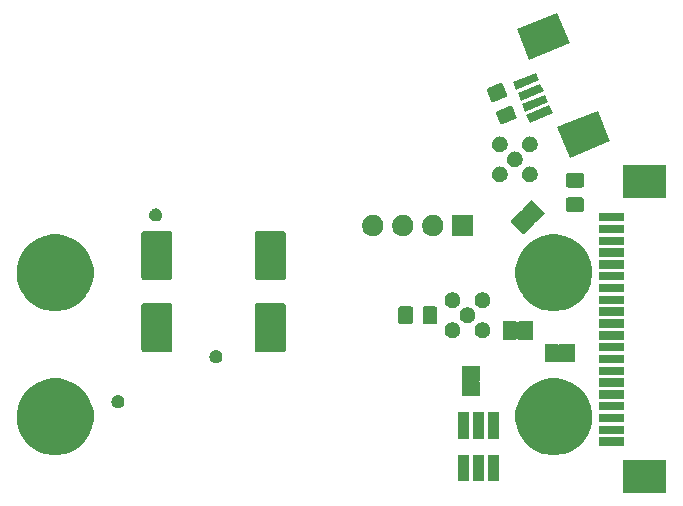
<source format=gbr>
G04 #@! TF.GenerationSoftware,KiCad,Pcbnew,5.1.6*
G04 #@! TF.CreationDate,2020-07-16T12:21:26+02:00*
G04 #@! TF.ProjectId,Head-Interconnect,48656164-2d49-46e7-9465-72636f6e6e65,rev?*
G04 #@! TF.SameCoordinates,Original*
G04 #@! TF.FileFunction,Soldermask,Top*
G04 #@! TF.FilePolarity,Negative*
%FSLAX46Y46*%
G04 Gerber Fmt 4.6, Leading zero omitted, Abs format (unit mm)*
G04 Created by KiCad (PCBNEW 5.1.6) date 2020-07-16 12:21:26*
%MOMM*%
%LPD*%
G01*
G04 APERTURE LIST*
%ADD10C,0.100000*%
G04 APERTURE END LIST*
D10*
G36*
X178151000Y-120081000D02*
G01*
X174449000Y-120081000D01*
X174449000Y-117299000D01*
X178151000Y-117299000D01*
X178151000Y-120081000D01*
G37*
G36*
X163928000Y-119037000D02*
G01*
X163076000Y-119037000D01*
X163076000Y-116835000D01*
X163928000Y-116835000D01*
X163928000Y-119037000D01*
G37*
G36*
X162658000Y-119037000D02*
G01*
X161806000Y-119037000D01*
X161806000Y-116835000D01*
X162658000Y-116835000D01*
X162658000Y-119037000D01*
G37*
G36*
X161388000Y-119037000D02*
G01*
X160536000Y-119037000D01*
X160536000Y-116835000D01*
X161388000Y-116835000D01*
X161388000Y-119037000D01*
G37*
G36*
X127034239Y-110411467D02*
G01*
X127348282Y-110473934D01*
X127939926Y-110719001D01*
X128472392Y-111074784D01*
X128925216Y-111527608D01*
X129280999Y-112060074D01*
X129526066Y-112651718D01*
X129553232Y-112788290D01*
X129651000Y-113279803D01*
X129651000Y-113920197D01*
X129623987Y-114056000D01*
X129526066Y-114548282D01*
X129280999Y-115139926D01*
X128925216Y-115672392D01*
X128472392Y-116125216D01*
X127939926Y-116480999D01*
X127348282Y-116726066D01*
X127034239Y-116788533D01*
X126720197Y-116851000D01*
X126079803Y-116851000D01*
X125765761Y-116788533D01*
X125451718Y-116726066D01*
X124860074Y-116480999D01*
X124327608Y-116125216D01*
X123874784Y-115672392D01*
X123519001Y-115139926D01*
X123273934Y-114548282D01*
X123176013Y-114056000D01*
X123149000Y-113920197D01*
X123149000Y-113279803D01*
X123246768Y-112788290D01*
X123273934Y-112651718D01*
X123519001Y-112060074D01*
X123874784Y-111527608D01*
X124327608Y-111074784D01*
X124860074Y-110719001D01*
X125451718Y-110473934D01*
X125765761Y-110411467D01*
X126079803Y-110349000D01*
X126720197Y-110349000D01*
X127034239Y-110411467D01*
G37*
G36*
X169234239Y-110411467D02*
G01*
X169548282Y-110473934D01*
X170139926Y-110719001D01*
X170672392Y-111074784D01*
X171125216Y-111527608D01*
X171480999Y-112060074D01*
X171726066Y-112651718D01*
X171753232Y-112788290D01*
X171851000Y-113279803D01*
X171851000Y-113920197D01*
X171823987Y-114056000D01*
X171726066Y-114548282D01*
X171480999Y-115139926D01*
X171125216Y-115672392D01*
X170672392Y-116125216D01*
X170139926Y-116480999D01*
X169548282Y-116726066D01*
X169234239Y-116788533D01*
X168920197Y-116851000D01*
X168279803Y-116851000D01*
X167965761Y-116788533D01*
X167651718Y-116726066D01*
X167060074Y-116480999D01*
X166527608Y-116125216D01*
X166074784Y-115672392D01*
X165719001Y-115139926D01*
X165473934Y-114548282D01*
X165376013Y-114056000D01*
X165349000Y-113920197D01*
X165349000Y-113279803D01*
X165446768Y-112788290D01*
X165473934Y-112651718D01*
X165719001Y-112060074D01*
X166074784Y-111527608D01*
X166527608Y-111074784D01*
X167060074Y-110719001D01*
X167651718Y-110473934D01*
X167965761Y-110411467D01*
X168279803Y-110349000D01*
X168920197Y-110349000D01*
X169234239Y-110411467D01*
G37*
G36*
X174551000Y-116056000D02*
G01*
X172449000Y-116056000D01*
X172449000Y-115344000D01*
X174551000Y-115344000D01*
X174551000Y-116056000D01*
G37*
G36*
X163928000Y-115437000D02*
G01*
X163076000Y-115437000D01*
X163076000Y-113235000D01*
X163928000Y-113235000D01*
X163928000Y-115437000D01*
G37*
G36*
X162658000Y-115437000D02*
G01*
X161806000Y-115437000D01*
X161806000Y-113235000D01*
X162658000Y-113235000D01*
X162658000Y-115437000D01*
G37*
G36*
X161388000Y-115437000D02*
G01*
X160536000Y-115437000D01*
X160536000Y-113235000D01*
X161388000Y-113235000D01*
X161388000Y-115437000D01*
G37*
G36*
X174551000Y-115056000D02*
G01*
X172449000Y-115056000D01*
X172449000Y-114344000D01*
X174551000Y-114344000D01*
X174551000Y-115056000D01*
G37*
G36*
X174551000Y-114056000D02*
G01*
X172449000Y-114056000D01*
X172449000Y-113344000D01*
X174551000Y-113344000D01*
X174551000Y-114056000D01*
G37*
G36*
X174551000Y-113056000D02*
G01*
X172449000Y-113056000D01*
X172449000Y-112344000D01*
X174551000Y-112344000D01*
X174551000Y-113056000D01*
G37*
G36*
X131860721Y-111770174D02*
G01*
X131960995Y-111811709D01*
X131979759Y-111824247D01*
X132051242Y-111872010D01*
X132127990Y-111948758D01*
X132127991Y-111948760D01*
X132188291Y-112039005D01*
X132229826Y-112139279D01*
X132251000Y-112245730D01*
X132251000Y-112354270D01*
X132229826Y-112460721D01*
X132188291Y-112560995D01*
X132188290Y-112560996D01*
X132127990Y-112651242D01*
X132051242Y-112727990D01*
X132005812Y-112758345D01*
X131960995Y-112788291D01*
X131860721Y-112829826D01*
X131754270Y-112851000D01*
X131645730Y-112851000D01*
X131539279Y-112829826D01*
X131439005Y-112788291D01*
X131394188Y-112758345D01*
X131348758Y-112727990D01*
X131272010Y-112651242D01*
X131211710Y-112560996D01*
X131211709Y-112560995D01*
X131170174Y-112460721D01*
X131149000Y-112354270D01*
X131149000Y-112245730D01*
X131170174Y-112139279D01*
X131211709Y-112039005D01*
X131272009Y-111948760D01*
X131272010Y-111948758D01*
X131348758Y-111872010D01*
X131420241Y-111824247D01*
X131439005Y-111811709D01*
X131539279Y-111770174D01*
X131645730Y-111749000D01*
X131754270Y-111749000D01*
X131860721Y-111770174D01*
G37*
G36*
X174551000Y-112056000D02*
G01*
X172449000Y-112056000D01*
X172449000Y-111344000D01*
X174551000Y-111344000D01*
X174551000Y-112056000D01*
G37*
G36*
X162356999Y-109272737D02*
G01*
X162366608Y-109275652D01*
X162375472Y-109280390D01*
X162383237Y-109286763D01*
X162389610Y-109294528D01*
X162394348Y-109303392D01*
X162397263Y-109313001D01*
X162398852Y-109329140D01*
X162398852Y-110466860D01*
X162397263Y-110482999D01*
X162394348Y-110492608D01*
X162389610Y-110501472D01*
X162383237Y-110509237D01*
X162370263Y-110519884D01*
X162361032Y-110526053D01*
X162343706Y-110543381D01*
X162330093Y-110563756D01*
X162320717Y-110586395D01*
X162315937Y-110610428D01*
X162315938Y-110634932D01*
X162320720Y-110658965D01*
X162330098Y-110681604D01*
X162343713Y-110701978D01*
X162361041Y-110719304D01*
X162370317Y-110726175D01*
X162375427Y-110730360D01*
X162383199Y-110736725D01*
X162389581Y-110744484D01*
X162394326Y-110753339D01*
X162394326Y-110753340D01*
X162397242Y-110762915D01*
X162397242Y-110762918D01*
X162397252Y-110762950D01*
X162398247Y-110773000D01*
X162398247Y-110773065D01*
X162398852Y-110779175D01*
X162398852Y-111766860D01*
X162397263Y-111782999D01*
X162394348Y-111792608D01*
X162389610Y-111801472D01*
X162383237Y-111809237D01*
X162375472Y-111815610D01*
X162366608Y-111820348D01*
X162356999Y-111823263D01*
X162340860Y-111824852D01*
X160853140Y-111824852D01*
X160837001Y-111823263D01*
X160827392Y-111820348D01*
X160818528Y-111815610D01*
X160810763Y-111809237D01*
X160804390Y-111801472D01*
X160799652Y-111792608D01*
X160796737Y-111782999D01*
X160795148Y-111766860D01*
X160795148Y-110779140D01*
X160796737Y-110763001D01*
X160799652Y-110753392D01*
X160804390Y-110744528D01*
X160810742Y-110736788D01*
X160810743Y-110736787D01*
X160810763Y-110736763D01*
X160818573Y-110730360D01*
X160818628Y-110730323D01*
X160828147Y-110722520D01*
X160828122Y-110722489D01*
X160841972Y-110711147D01*
X160857537Y-110692221D01*
X160869111Y-110670623D01*
X160876249Y-110647181D01*
X160878676Y-110622798D01*
X160876300Y-110598409D01*
X160869211Y-110574953D01*
X160857682Y-110553330D01*
X160842157Y-110534372D01*
X160823231Y-110518807D01*
X160820175Y-110516971D01*
X160818486Y-110515582D01*
X160818484Y-110515581D01*
X160810725Y-110509199D01*
X160808603Y-110506608D01*
X160804358Y-110501425D01*
X160801209Y-110495517D01*
X160799633Y-110492562D01*
X160796727Y-110482945D01*
X160796718Y-110482915D01*
X160795148Y-110466887D01*
X160795148Y-109329140D01*
X160796737Y-109313001D01*
X160799652Y-109303392D01*
X160804390Y-109294528D01*
X160810763Y-109286763D01*
X160818528Y-109280390D01*
X160827392Y-109275652D01*
X160837001Y-109272737D01*
X160853140Y-109271148D01*
X162340860Y-109271148D01*
X162356999Y-109272737D01*
G37*
G36*
X174551000Y-111056000D02*
G01*
X172449000Y-111056000D01*
X172449000Y-110344000D01*
X174551000Y-110344000D01*
X174551000Y-111056000D01*
G37*
G36*
X174551000Y-110056000D02*
G01*
X172449000Y-110056000D01*
X172449000Y-109344000D01*
X174551000Y-109344000D01*
X174551000Y-110056000D01*
G37*
G36*
X174551000Y-109056000D02*
G01*
X172449000Y-109056000D01*
X172449000Y-108344000D01*
X174551000Y-108344000D01*
X174551000Y-109056000D01*
G37*
G36*
X140160721Y-107970174D02*
G01*
X140260995Y-108011709D01*
X140305812Y-108041655D01*
X140351242Y-108072010D01*
X140427990Y-108148758D01*
X140427991Y-108148760D01*
X140488291Y-108239005D01*
X140529826Y-108339279D01*
X140551000Y-108445730D01*
X140551000Y-108554270D01*
X140529826Y-108660721D01*
X140488291Y-108760995D01*
X140488290Y-108760996D01*
X140427990Y-108851242D01*
X140351242Y-108927990D01*
X140323231Y-108946706D01*
X140260995Y-108988291D01*
X140160721Y-109029826D01*
X140054270Y-109051000D01*
X139945730Y-109051000D01*
X139839279Y-109029826D01*
X139739005Y-108988291D01*
X139676769Y-108946706D01*
X139648758Y-108927990D01*
X139572010Y-108851242D01*
X139511710Y-108760996D01*
X139511709Y-108760995D01*
X139470174Y-108660721D01*
X139449000Y-108554270D01*
X139449000Y-108445730D01*
X139470174Y-108339279D01*
X139511709Y-108239005D01*
X139572009Y-108148760D01*
X139572010Y-108148758D01*
X139648758Y-108072010D01*
X139694188Y-108041655D01*
X139739005Y-108011709D01*
X139839279Y-107970174D01*
X139945730Y-107949000D01*
X140054270Y-107949000D01*
X140160721Y-107970174D01*
G37*
G36*
X168884999Y-107399737D02*
G01*
X168894608Y-107402652D01*
X168903472Y-107407390D01*
X168911212Y-107413742D01*
X168911213Y-107413743D01*
X168911237Y-107413763D01*
X168917640Y-107421573D01*
X168917677Y-107421628D01*
X168925480Y-107431147D01*
X168925511Y-107431122D01*
X168936853Y-107444972D01*
X168955779Y-107460537D01*
X168977377Y-107472111D01*
X169000819Y-107479249D01*
X169025202Y-107481676D01*
X169049591Y-107479300D01*
X169073047Y-107472211D01*
X169094670Y-107460682D01*
X169113628Y-107445157D01*
X169129193Y-107426231D01*
X169131029Y-107423175D01*
X169132418Y-107421486D01*
X169132419Y-107421484D01*
X169138801Y-107413725D01*
X169146573Y-107407360D01*
X169146575Y-107407358D01*
X169155399Y-107402654D01*
X169155438Y-107402633D01*
X169165055Y-107399727D01*
X169165085Y-107399718D01*
X169181113Y-107398148D01*
X170318860Y-107398148D01*
X170334999Y-107399737D01*
X170344608Y-107402652D01*
X170353472Y-107407390D01*
X170361237Y-107413763D01*
X170367610Y-107421528D01*
X170372348Y-107430392D01*
X170375263Y-107440001D01*
X170376852Y-107456140D01*
X170376852Y-108943860D01*
X170375263Y-108959999D01*
X170372348Y-108969608D01*
X170367610Y-108978472D01*
X170361237Y-108986237D01*
X170353472Y-108992610D01*
X170344608Y-108997348D01*
X170334999Y-109000263D01*
X170318860Y-109001852D01*
X169181140Y-109001852D01*
X169165001Y-109000263D01*
X169155392Y-108997348D01*
X169146528Y-108992610D01*
X169138763Y-108986237D01*
X169128116Y-108973263D01*
X169121947Y-108964032D01*
X169104619Y-108946706D01*
X169084244Y-108933093D01*
X169061605Y-108923717D01*
X169037572Y-108918937D01*
X169013068Y-108918938D01*
X168989035Y-108923720D01*
X168966396Y-108933098D01*
X168946022Y-108946713D01*
X168928696Y-108964041D01*
X168921825Y-108973317D01*
X168917640Y-108978427D01*
X168911275Y-108986199D01*
X168903516Y-108992581D01*
X168894661Y-108997326D01*
X168891623Y-108998251D01*
X168885085Y-109000242D01*
X168885082Y-109000242D01*
X168885050Y-109000252D01*
X168875000Y-109001247D01*
X168874935Y-109001247D01*
X168868825Y-109001852D01*
X167881140Y-109001852D01*
X167865001Y-109000263D01*
X167855392Y-108997348D01*
X167846528Y-108992610D01*
X167838763Y-108986237D01*
X167832390Y-108978472D01*
X167827652Y-108969608D01*
X167824737Y-108959999D01*
X167823148Y-108943860D01*
X167823148Y-107456140D01*
X167824737Y-107440001D01*
X167827652Y-107430392D01*
X167832390Y-107421528D01*
X167838763Y-107413763D01*
X167846528Y-107407390D01*
X167855392Y-107402652D01*
X167865001Y-107399737D01*
X167881140Y-107398148D01*
X168868860Y-107398148D01*
X168884999Y-107399737D01*
G37*
G36*
X136171934Y-104002671D02*
G01*
X136201877Y-104011754D01*
X136229465Y-104026500D01*
X136253651Y-104046349D01*
X136273500Y-104070535D01*
X136288246Y-104098123D01*
X136297329Y-104128066D01*
X136301000Y-104165340D01*
X136301000Y-107934660D01*
X136297329Y-107971934D01*
X136288246Y-108001877D01*
X136273500Y-108029465D01*
X136253651Y-108053651D01*
X136229465Y-108073500D01*
X136201877Y-108088246D01*
X136171934Y-108097329D01*
X136134660Y-108101000D01*
X133865340Y-108101000D01*
X133828066Y-108097329D01*
X133798123Y-108088246D01*
X133770535Y-108073500D01*
X133746349Y-108053651D01*
X133726500Y-108029465D01*
X133711754Y-108001877D01*
X133702671Y-107971934D01*
X133699000Y-107934660D01*
X133699000Y-104165340D01*
X133702671Y-104128066D01*
X133711754Y-104098123D01*
X133726500Y-104070535D01*
X133746349Y-104046349D01*
X133770535Y-104026500D01*
X133798123Y-104011754D01*
X133828066Y-104002671D01*
X133865340Y-103999000D01*
X136134660Y-103999000D01*
X136171934Y-104002671D01*
G37*
G36*
X145771934Y-104002671D02*
G01*
X145801877Y-104011754D01*
X145829465Y-104026500D01*
X145853651Y-104046349D01*
X145873500Y-104070535D01*
X145888246Y-104098123D01*
X145897329Y-104128066D01*
X145901000Y-104165340D01*
X145901000Y-107934660D01*
X145897329Y-107971934D01*
X145888246Y-108001877D01*
X145873500Y-108029465D01*
X145853651Y-108053651D01*
X145829465Y-108073500D01*
X145801877Y-108088246D01*
X145771934Y-108097329D01*
X145734660Y-108101000D01*
X143465340Y-108101000D01*
X143428066Y-108097329D01*
X143398123Y-108088246D01*
X143370535Y-108073500D01*
X143346349Y-108053651D01*
X143326500Y-108029465D01*
X143311754Y-108001877D01*
X143302671Y-107971934D01*
X143299000Y-107934660D01*
X143299000Y-104165340D01*
X143302671Y-104128066D01*
X143311754Y-104098123D01*
X143326500Y-104070535D01*
X143346349Y-104046349D01*
X143370535Y-104026500D01*
X143398123Y-104011754D01*
X143428066Y-104002671D01*
X143465340Y-103999000D01*
X145734660Y-103999000D01*
X145771934Y-104002671D01*
G37*
G36*
X174551000Y-108056000D02*
G01*
X172449000Y-108056000D01*
X172449000Y-107344000D01*
X174551000Y-107344000D01*
X174551000Y-108056000D01*
G37*
G36*
X165384999Y-105499737D02*
G01*
X165394608Y-105502652D01*
X165403472Y-105507390D01*
X165411212Y-105513742D01*
X165411213Y-105513743D01*
X165411237Y-105513763D01*
X165417640Y-105521573D01*
X165417677Y-105521628D01*
X165425480Y-105531147D01*
X165425511Y-105531122D01*
X165436853Y-105544972D01*
X165455779Y-105560537D01*
X165477377Y-105572111D01*
X165500819Y-105579249D01*
X165525202Y-105581676D01*
X165549591Y-105579300D01*
X165573047Y-105572211D01*
X165594670Y-105560682D01*
X165613628Y-105545157D01*
X165629193Y-105526231D01*
X165631029Y-105523175D01*
X165632418Y-105521486D01*
X165632419Y-105521484D01*
X165638801Y-105513725D01*
X165646573Y-105507360D01*
X165646575Y-105507358D01*
X165655399Y-105502654D01*
X165655438Y-105502633D01*
X165665055Y-105499727D01*
X165665085Y-105499718D01*
X165681113Y-105498148D01*
X166818860Y-105498148D01*
X166834999Y-105499737D01*
X166844608Y-105502652D01*
X166853472Y-105507390D01*
X166861237Y-105513763D01*
X166867610Y-105521528D01*
X166872348Y-105530392D01*
X166875263Y-105540001D01*
X166876852Y-105556140D01*
X166876852Y-107043860D01*
X166875263Y-107059999D01*
X166872348Y-107069608D01*
X166867610Y-107078472D01*
X166861237Y-107086237D01*
X166853472Y-107092610D01*
X166844608Y-107097348D01*
X166834999Y-107100263D01*
X166818860Y-107101852D01*
X165681140Y-107101852D01*
X165665001Y-107100263D01*
X165655392Y-107097348D01*
X165646528Y-107092610D01*
X165638763Y-107086237D01*
X165628116Y-107073263D01*
X165621947Y-107064032D01*
X165604619Y-107046706D01*
X165584244Y-107033093D01*
X165561605Y-107023717D01*
X165537572Y-107018937D01*
X165513068Y-107018938D01*
X165489035Y-107023720D01*
X165466396Y-107033098D01*
X165446022Y-107046713D01*
X165428696Y-107064041D01*
X165421825Y-107073317D01*
X165417640Y-107078427D01*
X165411275Y-107086199D01*
X165403516Y-107092581D01*
X165394661Y-107097326D01*
X165391623Y-107098251D01*
X165385085Y-107100242D01*
X165385082Y-107100242D01*
X165385050Y-107100252D01*
X165375000Y-107101247D01*
X165374935Y-107101247D01*
X165368825Y-107101852D01*
X164381140Y-107101852D01*
X164365001Y-107100263D01*
X164355392Y-107097348D01*
X164346528Y-107092610D01*
X164338763Y-107086237D01*
X164332390Y-107078472D01*
X164327652Y-107069608D01*
X164324737Y-107059999D01*
X164323148Y-107043860D01*
X164323148Y-105556140D01*
X164324737Y-105540001D01*
X164327652Y-105530392D01*
X164332390Y-105521528D01*
X164338763Y-105513763D01*
X164346528Y-105507390D01*
X164355392Y-105502652D01*
X164365001Y-105499737D01*
X164381140Y-105498148D01*
X165368860Y-105498148D01*
X165384999Y-105499737D01*
G37*
G36*
X174551000Y-107056000D02*
G01*
X172449000Y-107056000D01*
X172449000Y-106344000D01*
X174551000Y-106344000D01*
X174551000Y-107056000D01*
G37*
G36*
X162679300Y-105607595D02*
G01*
X162765724Y-105624786D01*
X162887838Y-105675367D01*
X162997738Y-105748800D01*
X163091200Y-105842262D01*
X163164633Y-105952162D01*
X163215214Y-106074276D01*
X163241000Y-106203912D01*
X163241000Y-106336088D01*
X163215214Y-106465724D01*
X163164633Y-106587838D01*
X163091200Y-106697738D01*
X162997738Y-106791200D01*
X162887838Y-106864633D01*
X162765724Y-106915214D01*
X162679300Y-106932405D01*
X162636089Y-106941000D01*
X162503911Y-106941000D01*
X162460700Y-106932405D01*
X162374276Y-106915214D01*
X162252162Y-106864633D01*
X162142262Y-106791200D01*
X162048800Y-106697738D01*
X161975367Y-106587838D01*
X161924786Y-106465724D01*
X161899000Y-106336088D01*
X161899000Y-106203912D01*
X161924786Y-106074276D01*
X161975367Y-105952162D01*
X162048800Y-105842262D01*
X162142262Y-105748800D01*
X162252162Y-105675367D01*
X162374276Y-105624786D01*
X162460700Y-105607595D01*
X162503911Y-105599000D01*
X162636089Y-105599000D01*
X162679300Y-105607595D01*
G37*
G36*
X160139300Y-105607595D02*
G01*
X160225724Y-105624786D01*
X160347838Y-105675367D01*
X160457738Y-105748800D01*
X160551200Y-105842262D01*
X160624633Y-105952162D01*
X160675214Y-106074276D01*
X160701000Y-106203912D01*
X160701000Y-106336088D01*
X160675214Y-106465724D01*
X160624633Y-106587838D01*
X160551200Y-106697738D01*
X160457738Y-106791200D01*
X160347838Y-106864633D01*
X160225724Y-106915214D01*
X160139300Y-106932405D01*
X160096089Y-106941000D01*
X159963911Y-106941000D01*
X159920700Y-106932405D01*
X159834276Y-106915214D01*
X159712162Y-106864633D01*
X159602262Y-106791200D01*
X159508800Y-106697738D01*
X159435367Y-106587838D01*
X159384786Y-106465724D01*
X159359000Y-106336088D01*
X159359000Y-106203912D01*
X159384786Y-106074276D01*
X159435367Y-105952162D01*
X159508800Y-105842262D01*
X159602262Y-105748800D01*
X159712162Y-105675367D01*
X159834276Y-105624786D01*
X159920700Y-105607595D01*
X159963911Y-105599000D01*
X160096089Y-105599000D01*
X160139300Y-105607595D01*
G37*
G36*
X174551000Y-106056000D02*
G01*
X172449000Y-106056000D01*
X172449000Y-105344000D01*
X174551000Y-105344000D01*
X174551000Y-106056000D01*
G37*
G36*
X156538674Y-104253465D02*
G01*
X156576367Y-104264899D01*
X156611103Y-104283466D01*
X156641548Y-104308452D01*
X156666534Y-104338897D01*
X156685101Y-104373633D01*
X156696535Y-104411326D01*
X156701000Y-104456661D01*
X156701000Y-105543339D01*
X156696535Y-105588674D01*
X156685101Y-105626367D01*
X156666534Y-105661103D01*
X156641548Y-105691548D01*
X156611103Y-105716534D01*
X156576367Y-105735101D01*
X156538674Y-105746535D01*
X156493339Y-105751000D01*
X155656661Y-105751000D01*
X155611326Y-105746535D01*
X155573633Y-105735101D01*
X155538897Y-105716534D01*
X155508452Y-105691548D01*
X155483466Y-105661103D01*
X155464899Y-105626367D01*
X155453465Y-105588674D01*
X155449000Y-105543339D01*
X155449000Y-104456661D01*
X155453465Y-104411326D01*
X155464899Y-104373633D01*
X155483466Y-104338897D01*
X155508452Y-104308452D01*
X155538897Y-104283466D01*
X155573633Y-104264899D01*
X155611326Y-104253465D01*
X155656661Y-104249000D01*
X156493339Y-104249000D01*
X156538674Y-104253465D01*
G37*
G36*
X158588674Y-104253465D02*
G01*
X158626367Y-104264899D01*
X158661103Y-104283466D01*
X158691548Y-104308452D01*
X158716534Y-104338897D01*
X158735101Y-104373633D01*
X158746535Y-104411326D01*
X158751000Y-104456661D01*
X158751000Y-105543339D01*
X158746535Y-105588674D01*
X158735101Y-105626367D01*
X158716534Y-105661103D01*
X158691548Y-105691548D01*
X158661103Y-105716534D01*
X158626367Y-105735101D01*
X158588674Y-105746535D01*
X158543339Y-105751000D01*
X157706661Y-105751000D01*
X157661326Y-105746535D01*
X157623633Y-105735101D01*
X157588897Y-105716534D01*
X157558452Y-105691548D01*
X157533466Y-105661103D01*
X157514899Y-105626367D01*
X157503465Y-105588674D01*
X157499000Y-105543339D01*
X157499000Y-104456661D01*
X157503465Y-104411326D01*
X157514899Y-104373633D01*
X157533466Y-104338897D01*
X157558452Y-104308452D01*
X157588897Y-104283466D01*
X157623633Y-104264899D01*
X157661326Y-104253465D01*
X157706661Y-104249000D01*
X158543339Y-104249000D01*
X158588674Y-104253465D01*
G37*
G36*
X161409300Y-104337595D02*
G01*
X161495724Y-104354786D01*
X161617838Y-104405367D01*
X161727738Y-104478800D01*
X161821200Y-104572262D01*
X161894633Y-104682162D01*
X161945214Y-104804276D01*
X161971000Y-104933912D01*
X161971000Y-105066088D01*
X161945214Y-105195724D01*
X161894633Y-105317838D01*
X161821200Y-105427738D01*
X161727738Y-105521200D01*
X161617838Y-105594633D01*
X161495724Y-105645214D01*
X161415844Y-105661103D01*
X161366089Y-105671000D01*
X161233911Y-105671000D01*
X161184156Y-105661103D01*
X161104276Y-105645214D01*
X160982162Y-105594633D01*
X160872262Y-105521200D01*
X160778800Y-105427738D01*
X160705367Y-105317838D01*
X160654786Y-105195724D01*
X160629000Y-105066088D01*
X160629000Y-104933912D01*
X160654786Y-104804276D01*
X160705367Y-104682162D01*
X160778800Y-104572262D01*
X160872262Y-104478800D01*
X160982162Y-104405367D01*
X161104276Y-104354786D01*
X161190700Y-104337595D01*
X161233911Y-104329000D01*
X161366089Y-104329000D01*
X161409300Y-104337595D01*
G37*
G36*
X174551000Y-105056000D02*
G01*
X172449000Y-105056000D01*
X172449000Y-104344000D01*
X174551000Y-104344000D01*
X174551000Y-105056000D01*
G37*
G36*
X169168828Y-98198456D02*
G01*
X169548282Y-98273934D01*
X170139926Y-98519001D01*
X170672392Y-98874784D01*
X171125216Y-99327608D01*
X171480999Y-99860074D01*
X171726066Y-100451718D01*
X171726066Y-100451719D01*
X171851000Y-101079803D01*
X171851000Y-101720197D01*
X171797682Y-101988246D01*
X171726066Y-102348282D01*
X171480999Y-102939926D01*
X171238893Y-103302262D01*
X171165461Y-103412162D01*
X171125216Y-103472392D01*
X170672392Y-103925216D01*
X170139926Y-104280999D01*
X169548282Y-104526066D01*
X169234239Y-104588533D01*
X168920197Y-104651000D01*
X168279803Y-104651000D01*
X167965761Y-104588533D01*
X167651718Y-104526066D01*
X167060074Y-104280999D01*
X166527608Y-103925216D01*
X166074784Y-103472392D01*
X166034540Y-103412162D01*
X165961107Y-103302262D01*
X165719001Y-102939926D01*
X165473934Y-102348282D01*
X165402318Y-101988246D01*
X165349000Y-101720197D01*
X165349000Y-101079803D01*
X165473934Y-100451719D01*
X165473934Y-100451718D01*
X165719001Y-99860074D01*
X166074784Y-99327608D01*
X166527608Y-98874784D01*
X167060074Y-98519001D01*
X167651718Y-98273934D01*
X168031172Y-98198456D01*
X168279803Y-98149000D01*
X168920197Y-98149000D01*
X169168828Y-98198456D01*
G37*
G36*
X126968828Y-98198456D02*
G01*
X127348282Y-98273934D01*
X127939926Y-98519001D01*
X128472392Y-98874784D01*
X128925216Y-99327608D01*
X129280999Y-99860074D01*
X129526066Y-100451718D01*
X129526066Y-100451719D01*
X129651000Y-101079803D01*
X129651000Y-101720197D01*
X129597682Y-101988246D01*
X129526066Y-102348282D01*
X129280999Y-102939926D01*
X129038893Y-103302262D01*
X128965461Y-103412162D01*
X128925216Y-103472392D01*
X128472392Y-103925216D01*
X127939926Y-104280999D01*
X127348282Y-104526066D01*
X127034239Y-104588533D01*
X126720197Y-104651000D01*
X126079803Y-104651000D01*
X125765761Y-104588533D01*
X125451718Y-104526066D01*
X124860074Y-104280999D01*
X124327608Y-103925216D01*
X123874784Y-103472392D01*
X123834540Y-103412162D01*
X123761107Y-103302262D01*
X123519001Y-102939926D01*
X123273934Y-102348282D01*
X123202318Y-101988246D01*
X123149000Y-101720197D01*
X123149000Y-101079803D01*
X123273934Y-100451719D01*
X123273934Y-100451718D01*
X123519001Y-99860074D01*
X123874784Y-99327608D01*
X124327608Y-98874784D01*
X124860074Y-98519001D01*
X125451718Y-98273934D01*
X125831172Y-98198456D01*
X126079803Y-98149000D01*
X126720197Y-98149000D01*
X126968828Y-98198456D01*
G37*
G36*
X162679300Y-103067595D02*
G01*
X162765724Y-103084786D01*
X162887838Y-103135367D01*
X162997738Y-103208800D01*
X163091200Y-103302262D01*
X163164633Y-103412162D01*
X163215214Y-103534276D01*
X163241000Y-103663912D01*
X163241000Y-103796088D01*
X163215214Y-103925724D01*
X163164633Y-104047838D01*
X163091200Y-104157738D01*
X162997738Y-104251200D01*
X162887838Y-104324633D01*
X162765724Y-104375214D01*
X162679300Y-104392405D01*
X162636089Y-104401000D01*
X162503911Y-104401000D01*
X162460700Y-104392405D01*
X162374276Y-104375214D01*
X162252162Y-104324633D01*
X162142262Y-104251200D01*
X162048800Y-104157738D01*
X161975367Y-104047838D01*
X161924786Y-103925724D01*
X161899000Y-103796088D01*
X161899000Y-103663912D01*
X161924786Y-103534276D01*
X161975367Y-103412162D01*
X162048800Y-103302262D01*
X162142262Y-103208800D01*
X162252162Y-103135367D01*
X162374276Y-103084786D01*
X162460700Y-103067595D01*
X162503911Y-103059000D01*
X162636089Y-103059000D01*
X162679300Y-103067595D01*
G37*
G36*
X160139300Y-103067595D02*
G01*
X160225724Y-103084786D01*
X160347838Y-103135367D01*
X160457738Y-103208800D01*
X160551200Y-103302262D01*
X160624633Y-103412162D01*
X160675214Y-103534276D01*
X160701000Y-103663912D01*
X160701000Y-103796088D01*
X160675214Y-103925724D01*
X160624633Y-104047838D01*
X160551200Y-104157738D01*
X160457738Y-104251200D01*
X160347838Y-104324633D01*
X160225724Y-104375214D01*
X160139300Y-104392405D01*
X160096089Y-104401000D01*
X159963911Y-104401000D01*
X159920700Y-104392405D01*
X159834276Y-104375214D01*
X159712162Y-104324633D01*
X159602262Y-104251200D01*
X159508800Y-104157738D01*
X159435367Y-104047838D01*
X159384786Y-103925724D01*
X159359000Y-103796088D01*
X159359000Y-103663912D01*
X159384786Y-103534276D01*
X159435367Y-103412162D01*
X159508800Y-103302262D01*
X159602262Y-103208800D01*
X159712162Y-103135367D01*
X159834276Y-103084786D01*
X159920700Y-103067595D01*
X159963911Y-103059000D01*
X160096089Y-103059000D01*
X160139300Y-103067595D01*
G37*
G36*
X174551000Y-104056000D02*
G01*
X172449000Y-104056000D01*
X172449000Y-103344000D01*
X174551000Y-103344000D01*
X174551000Y-104056000D01*
G37*
G36*
X174551000Y-103056000D02*
G01*
X172449000Y-103056000D01*
X172449000Y-102344000D01*
X174551000Y-102344000D01*
X174551000Y-103056000D01*
G37*
G36*
X174551000Y-102056000D02*
G01*
X172449000Y-102056000D01*
X172449000Y-101344000D01*
X174551000Y-101344000D01*
X174551000Y-102056000D01*
G37*
G36*
X136171934Y-97902671D02*
G01*
X136201877Y-97911754D01*
X136229465Y-97926500D01*
X136253651Y-97946349D01*
X136273500Y-97970535D01*
X136288246Y-97998123D01*
X136297329Y-98028066D01*
X136301000Y-98065340D01*
X136301000Y-101834660D01*
X136297329Y-101871934D01*
X136288246Y-101901877D01*
X136273500Y-101929465D01*
X136253651Y-101953651D01*
X136229465Y-101973500D01*
X136201877Y-101988246D01*
X136171934Y-101997329D01*
X136134660Y-102001000D01*
X133865340Y-102001000D01*
X133828066Y-101997329D01*
X133798123Y-101988246D01*
X133770535Y-101973500D01*
X133746349Y-101953651D01*
X133726500Y-101929465D01*
X133711754Y-101901877D01*
X133702671Y-101871934D01*
X133699000Y-101834660D01*
X133699000Y-98065340D01*
X133702671Y-98028066D01*
X133711754Y-97998123D01*
X133726500Y-97970535D01*
X133746349Y-97946349D01*
X133770535Y-97926500D01*
X133798123Y-97911754D01*
X133828066Y-97902671D01*
X133865340Y-97899000D01*
X136134660Y-97899000D01*
X136171934Y-97902671D01*
G37*
G36*
X145771934Y-97902671D02*
G01*
X145801877Y-97911754D01*
X145829465Y-97926500D01*
X145853651Y-97946349D01*
X145873500Y-97970535D01*
X145888246Y-97998123D01*
X145897329Y-98028066D01*
X145901000Y-98065340D01*
X145901000Y-101834660D01*
X145897329Y-101871934D01*
X145888246Y-101901877D01*
X145873500Y-101929465D01*
X145853651Y-101953651D01*
X145829465Y-101973500D01*
X145801877Y-101988246D01*
X145771934Y-101997329D01*
X145734660Y-102001000D01*
X143465340Y-102001000D01*
X143428066Y-101997329D01*
X143398123Y-101988246D01*
X143370535Y-101973500D01*
X143346349Y-101953651D01*
X143326500Y-101929465D01*
X143311754Y-101901877D01*
X143302671Y-101871934D01*
X143299000Y-101834660D01*
X143299000Y-98065340D01*
X143302671Y-98028066D01*
X143311754Y-97998123D01*
X143326500Y-97970535D01*
X143346349Y-97946349D01*
X143370535Y-97926500D01*
X143398123Y-97911754D01*
X143428066Y-97902671D01*
X143465340Y-97899000D01*
X145734660Y-97899000D01*
X145771934Y-97902671D01*
G37*
G36*
X174551000Y-101056000D02*
G01*
X172449000Y-101056000D01*
X172449000Y-100344000D01*
X174551000Y-100344000D01*
X174551000Y-101056000D01*
G37*
G36*
X174551000Y-100056000D02*
G01*
X172449000Y-100056000D01*
X172449000Y-99344000D01*
X174551000Y-99344000D01*
X174551000Y-100056000D01*
G37*
G36*
X174551000Y-99056000D02*
G01*
X172449000Y-99056000D01*
X172449000Y-98344000D01*
X174551000Y-98344000D01*
X174551000Y-99056000D01*
G37*
G36*
X155933512Y-96503927D02*
G01*
X156082812Y-96533624D01*
X156246784Y-96601544D01*
X156394354Y-96700147D01*
X156519853Y-96825646D01*
X156618456Y-96973216D01*
X156686376Y-97137188D01*
X156721000Y-97311259D01*
X156721000Y-97488741D01*
X156686376Y-97662812D01*
X156618456Y-97826784D01*
X156519853Y-97974354D01*
X156394354Y-98099853D01*
X156246784Y-98198456D01*
X156082812Y-98266376D01*
X155933512Y-98296073D01*
X155908742Y-98301000D01*
X155731258Y-98301000D01*
X155706488Y-98296073D01*
X155557188Y-98266376D01*
X155393216Y-98198456D01*
X155245646Y-98099853D01*
X155120147Y-97974354D01*
X155021544Y-97826784D01*
X154953624Y-97662812D01*
X154919000Y-97488741D01*
X154919000Y-97311259D01*
X154953624Y-97137188D01*
X155021544Y-96973216D01*
X155120147Y-96825646D01*
X155245646Y-96700147D01*
X155393216Y-96601544D01*
X155557188Y-96533624D01*
X155706488Y-96503927D01*
X155731258Y-96499000D01*
X155908742Y-96499000D01*
X155933512Y-96503927D01*
G37*
G36*
X153393512Y-96503927D02*
G01*
X153542812Y-96533624D01*
X153706784Y-96601544D01*
X153854354Y-96700147D01*
X153979853Y-96825646D01*
X154078456Y-96973216D01*
X154146376Y-97137188D01*
X154181000Y-97311259D01*
X154181000Y-97488741D01*
X154146376Y-97662812D01*
X154078456Y-97826784D01*
X153979853Y-97974354D01*
X153854354Y-98099853D01*
X153706784Y-98198456D01*
X153542812Y-98266376D01*
X153393512Y-98296073D01*
X153368742Y-98301000D01*
X153191258Y-98301000D01*
X153166488Y-98296073D01*
X153017188Y-98266376D01*
X152853216Y-98198456D01*
X152705646Y-98099853D01*
X152580147Y-97974354D01*
X152481544Y-97826784D01*
X152413624Y-97662812D01*
X152379000Y-97488741D01*
X152379000Y-97311259D01*
X152413624Y-97137188D01*
X152481544Y-96973216D01*
X152580147Y-96825646D01*
X152705646Y-96700147D01*
X152853216Y-96601544D01*
X153017188Y-96533624D01*
X153166488Y-96503927D01*
X153191258Y-96499000D01*
X153368742Y-96499000D01*
X153393512Y-96503927D01*
G37*
G36*
X158473512Y-96503927D02*
G01*
X158622812Y-96533624D01*
X158786784Y-96601544D01*
X158934354Y-96700147D01*
X159059853Y-96825646D01*
X159158456Y-96973216D01*
X159226376Y-97137188D01*
X159261000Y-97311259D01*
X159261000Y-97488741D01*
X159226376Y-97662812D01*
X159158456Y-97826784D01*
X159059853Y-97974354D01*
X158934354Y-98099853D01*
X158786784Y-98198456D01*
X158622812Y-98266376D01*
X158473512Y-98296073D01*
X158448742Y-98301000D01*
X158271258Y-98301000D01*
X158246488Y-98296073D01*
X158097188Y-98266376D01*
X157933216Y-98198456D01*
X157785646Y-98099853D01*
X157660147Y-97974354D01*
X157561544Y-97826784D01*
X157493624Y-97662812D01*
X157459000Y-97488741D01*
X157459000Y-97311259D01*
X157493624Y-97137188D01*
X157561544Y-96973216D01*
X157660147Y-96825646D01*
X157785646Y-96700147D01*
X157933216Y-96601544D01*
X158097188Y-96533624D01*
X158246488Y-96503927D01*
X158271258Y-96499000D01*
X158448742Y-96499000D01*
X158473512Y-96503927D01*
G37*
G36*
X161801000Y-98301000D02*
G01*
X159999000Y-98301000D01*
X159999000Y-96499000D01*
X161801000Y-96499000D01*
X161801000Y-98301000D01*
G37*
G36*
X166745874Y-95253202D02*
G01*
X166755483Y-95256117D01*
X166764347Y-95260855D01*
X166776882Y-95271142D01*
X167828858Y-96323118D01*
X167839145Y-96335653D01*
X167843883Y-96344517D01*
X167846798Y-96354126D01*
X167847782Y-96364125D01*
X167846798Y-96374124D01*
X167843883Y-96383733D01*
X167839145Y-96392597D01*
X167828858Y-96405132D01*
X167130437Y-97103553D01*
X167117901Y-97113841D01*
X167109037Y-97118579D01*
X167099428Y-97121494D01*
X167089463Y-97122475D01*
X167089461Y-97122475D01*
X167089429Y-97122478D01*
X167079379Y-97121483D01*
X167079315Y-97121470D01*
X167067062Y-97120257D01*
X167067058Y-97120296D01*
X167049257Y-97118523D01*
X167024869Y-97120898D01*
X167001412Y-97127985D01*
X166979788Y-97139512D01*
X166960829Y-97155036D01*
X166945263Y-97173961D01*
X166933687Y-97195558D01*
X166926548Y-97218999D01*
X166924119Y-97243383D01*
X166926731Y-97261130D01*
X166926376Y-97261165D01*
X166928544Y-97283419D01*
X166927550Y-97293413D01*
X166925306Y-97300780D01*
X166924623Y-97303024D01*
X166919878Y-97311879D01*
X166919875Y-97311882D01*
X166919862Y-97311907D01*
X166909644Y-97324346D01*
X166105132Y-98128858D01*
X166092597Y-98139145D01*
X166083733Y-98143883D01*
X166074124Y-98146798D01*
X166064125Y-98147782D01*
X166054126Y-98146798D01*
X166044517Y-98143883D01*
X166035653Y-98139145D01*
X166023118Y-98128858D01*
X164971142Y-97076882D01*
X164960855Y-97064347D01*
X164956117Y-97055483D01*
X164953202Y-97045874D01*
X164952218Y-97035875D01*
X164953202Y-97025876D01*
X164956117Y-97016267D01*
X164960855Y-97007403D01*
X164971142Y-96994868D01*
X165775630Y-96190380D01*
X165788165Y-96180093D01*
X165797029Y-96175355D01*
X165806638Y-96172440D01*
X165816637Y-96171456D01*
X165833338Y-96173100D01*
X165844216Y-96175265D01*
X165868720Y-96175267D01*
X165892753Y-96170488D01*
X165915393Y-96161112D01*
X165935768Y-96147499D01*
X165953096Y-96130173D01*
X165966711Y-96109800D01*
X165976089Y-96087161D01*
X165980871Y-96063128D01*
X165980873Y-96038624D01*
X165979168Y-96027170D01*
X165977522Y-96010627D01*
X165978496Y-96000622D01*
X165981401Y-95991011D01*
X165986112Y-95982175D01*
X165986113Y-95982173D01*
X165986129Y-95982144D01*
X165992532Y-95974334D01*
X165992575Y-95974291D01*
X165996469Y-95969541D01*
X166694868Y-95271142D01*
X166707403Y-95260855D01*
X166716267Y-95256117D01*
X166725876Y-95253202D01*
X166735875Y-95252218D01*
X166745874Y-95253202D01*
G37*
G36*
X174551000Y-98056000D02*
G01*
X172449000Y-98056000D01*
X172449000Y-97344000D01*
X174551000Y-97344000D01*
X174551000Y-98056000D01*
G37*
G36*
X174551000Y-97056000D02*
G01*
X172449000Y-97056000D01*
X172449000Y-96344000D01*
X174551000Y-96344000D01*
X174551000Y-97056000D01*
G37*
G36*
X135060721Y-95970174D02*
G01*
X135160995Y-96011709D01*
X135184134Y-96027170D01*
X135251242Y-96072010D01*
X135327990Y-96148758D01*
X135345761Y-96175355D01*
X135388291Y-96239005D01*
X135429826Y-96339279D01*
X135451000Y-96445730D01*
X135451000Y-96554270D01*
X135429826Y-96660721D01*
X135388291Y-96760995D01*
X135388290Y-96760996D01*
X135327990Y-96851242D01*
X135251242Y-96927990D01*
X135230602Y-96941781D01*
X135160995Y-96988291D01*
X135060721Y-97029826D01*
X134954270Y-97051000D01*
X134845730Y-97051000D01*
X134739279Y-97029826D01*
X134639005Y-96988291D01*
X134569398Y-96941781D01*
X134548758Y-96927990D01*
X134472010Y-96851242D01*
X134411710Y-96760996D01*
X134411709Y-96760995D01*
X134370174Y-96660721D01*
X134349000Y-96554270D01*
X134349000Y-96445730D01*
X134370174Y-96339279D01*
X134411709Y-96239005D01*
X134454239Y-96175355D01*
X134472010Y-96148758D01*
X134548758Y-96072010D01*
X134615866Y-96027170D01*
X134639005Y-96011709D01*
X134739279Y-95970174D01*
X134845730Y-95949000D01*
X134954270Y-95949000D01*
X135060721Y-95970174D01*
G37*
G36*
X170988674Y-95003465D02*
G01*
X171026367Y-95014899D01*
X171061103Y-95033466D01*
X171091548Y-95058452D01*
X171116534Y-95088897D01*
X171135101Y-95123633D01*
X171146535Y-95161326D01*
X171151000Y-95206661D01*
X171151000Y-96043339D01*
X171146535Y-96088674D01*
X171135101Y-96126367D01*
X171116534Y-96161103D01*
X171091548Y-96191548D01*
X171061103Y-96216534D01*
X171026367Y-96235101D01*
X170988674Y-96246535D01*
X170943339Y-96251000D01*
X169856661Y-96251000D01*
X169811326Y-96246535D01*
X169773633Y-96235101D01*
X169738897Y-96216534D01*
X169708452Y-96191548D01*
X169683466Y-96161103D01*
X169664899Y-96126367D01*
X169653465Y-96088674D01*
X169649000Y-96043339D01*
X169649000Y-95206661D01*
X169653465Y-95161326D01*
X169664899Y-95123633D01*
X169683466Y-95088897D01*
X169708452Y-95058452D01*
X169738897Y-95033466D01*
X169773633Y-95014899D01*
X169811326Y-95003465D01*
X169856661Y-94999000D01*
X170943339Y-94999000D01*
X170988674Y-95003465D01*
G37*
G36*
X178151000Y-95101000D02*
G01*
X174449000Y-95101000D01*
X174449000Y-92319000D01*
X178151000Y-92319000D01*
X178151000Y-95101000D01*
G37*
G36*
X170988674Y-92953465D02*
G01*
X171026367Y-92964899D01*
X171061103Y-92983466D01*
X171091548Y-93008452D01*
X171116534Y-93038897D01*
X171135101Y-93073633D01*
X171146535Y-93111326D01*
X171151000Y-93156661D01*
X171151000Y-93993339D01*
X171146535Y-94038674D01*
X171135101Y-94076367D01*
X171116534Y-94111103D01*
X171091548Y-94141548D01*
X171061103Y-94166534D01*
X171026367Y-94185101D01*
X170988674Y-94196535D01*
X170943339Y-94201000D01*
X169856661Y-94201000D01*
X169811326Y-94196535D01*
X169773633Y-94185101D01*
X169738897Y-94166534D01*
X169708452Y-94141548D01*
X169683466Y-94111103D01*
X169664899Y-94076367D01*
X169653465Y-94038674D01*
X169649000Y-93993339D01*
X169649000Y-93156661D01*
X169653465Y-93111326D01*
X169664899Y-93073633D01*
X169683466Y-93038897D01*
X169708452Y-93008452D01*
X169738897Y-92983466D01*
X169773633Y-92964899D01*
X169811326Y-92953465D01*
X169856661Y-92949000D01*
X170943339Y-92949000D01*
X170988674Y-92953465D01*
G37*
G36*
X166679300Y-92407595D02*
G01*
X166765724Y-92424786D01*
X166887838Y-92475367D01*
X166997738Y-92548800D01*
X167091200Y-92642262D01*
X167164633Y-92752162D01*
X167215214Y-92874276D01*
X167241000Y-93003912D01*
X167241000Y-93136088D01*
X167215214Y-93265724D01*
X167164633Y-93387838D01*
X167091200Y-93497738D01*
X166997738Y-93591200D01*
X166887838Y-93664633D01*
X166765724Y-93715214D01*
X166679300Y-93732405D01*
X166636089Y-93741000D01*
X166503911Y-93741000D01*
X166460700Y-93732405D01*
X166374276Y-93715214D01*
X166252162Y-93664633D01*
X166142262Y-93591200D01*
X166048800Y-93497738D01*
X165975367Y-93387838D01*
X165924786Y-93265724D01*
X165899000Y-93136088D01*
X165899000Y-93003912D01*
X165924786Y-92874276D01*
X165975367Y-92752162D01*
X166048800Y-92642262D01*
X166142262Y-92548800D01*
X166252162Y-92475367D01*
X166374276Y-92424786D01*
X166460700Y-92407595D01*
X166503911Y-92399000D01*
X166636089Y-92399000D01*
X166679300Y-92407595D01*
G37*
G36*
X164139300Y-92407595D02*
G01*
X164225724Y-92424786D01*
X164347838Y-92475367D01*
X164457738Y-92548800D01*
X164551200Y-92642262D01*
X164624633Y-92752162D01*
X164675214Y-92874276D01*
X164701000Y-93003912D01*
X164701000Y-93136088D01*
X164675214Y-93265724D01*
X164624633Y-93387838D01*
X164551200Y-93497738D01*
X164457738Y-93591200D01*
X164347838Y-93664633D01*
X164225724Y-93715214D01*
X164139300Y-93732405D01*
X164096089Y-93741000D01*
X163963911Y-93741000D01*
X163920700Y-93732405D01*
X163834276Y-93715214D01*
X163712162Y-93664633D01*
X163602262Y-93591200D01*
X163508800Y-93497738D01*
X163435367Y-93387838D01*
X163384786Y-93265724D01*
X163359000Y-93136088D01*
X163359000Y-93003912D01*
X163384786Y-92874276D01*
X163435367Y-92752162D01*
X163508800Y-92642262D01*
X163602262Y-92548800D01*
X163712162Y-92475367D01*
X163834276Y-92424786D01*
X163920700Y-92407595D01*
X163963911Y-92399000D01*
X164096089Y-92399000D01*
X164139300Y-92407595D01*
G37*
G36*
X165409300Y-91137595D02*
G01*
X165495724Y-91154786D01*
X165617838Y-91205367D01*
X165727738Y-91278800D01*
X165821200Y-91372262D01*
X165894633Y-91482162D01*
X165945214Y-91604276D01*
X165971000Y-91733912D01*
X165971000Y-91866088D01*
X165945214Y-91995724D01*
X165894633Y-92117838D01*
X165821200Y-92227738D01*
X165727738Y-92321200D01*
X165617838Y-92394633D01*
X165495724Y-92445214D01*
X165409300Y-92462405D01*
X165366089Y-92471000D01*
X165233911Y-92471000D01*
X165190700Y-92462405D01*
X165104276Y-92445214D01*
X164982162Y-92394633D01*
X164872262Y-92321200D01*
X164778800Y-92227738D01*
X164705367Y-92117838D01*
X164654786Y-91995724D01*
X164629000Y-91866088D01*
X164629000Y-91733912D01*
X164654786Y-91604276D01*
X164705367Y-91482162D01*
X164778800Y-91372262D01*
X164872262Y-91278800D01*
X164982162Y-91205367D01*
X165104276Y-91154786D01*
X165190700Y-91137595D01*
X165233911Y-91129000D01*
X165366089Y-91129000D01*
X165409300Y-91137595D01*
G37*
G36*
X173304940Y-90102268D02*
G01*
X173369355Y-90259328D01*
X169944229Y-91664075D01*
X169944228Y-91664075D01*
X168888581Y-89090142D01*
X169513863Y-88833695D01*
X172313707Y-87685395D01*
X172313708Y-87685395D01*
X173304940Y-90102268D01*
G37*
G36*
X164139300Y-89867595D02*
G01*
X164225724Y-89884786D01*
X164347838Y-89935367D01*
X164457738Y-90008800D01*
X164551200Y-90102262D01*
X164624633Y-90212162D01*
X164675214Y-90334276D01*
X164701000Y-90463912D01*
X164701000Y-90596088D01*
X164675214Y-90725724D01*
X164624633Y-90847838D01*
X164551200Y-90957738D01*
X164457738Y-91051200D01*
X164347838Y-91124633D01*
X164225724Y-91175214D01*
X164139300Y-91192405D01*
X164096089Y-91201000D01*
X163963911Y-91201000D01*
X163920700Y-91192405D01*
X163834276Y-91175214D01*
X163712162Y-91124633D01*
X163602262Y-91051200D01*
X163508800Y-90957738D01*
X163435367Y-90847838D01*
X163384786Y-90725724D01*
X163359000Y-90596088D01*
X163359000Y-90463912D01*
X163384786Y-90334276D01*
X163435367Y-90212162D01*
X163508800Y-90102262D01*
X163602262Y-90008800D01*
X163712162Y-89935367D01*
X163834276Y-89884786D01*
X163920700Y-89867595D01*
X163963911Y-89859000D01*
X164096089Y-89859000D01*
X164139300Y-89867595D01*
G37*
G36*
X166679300Y-89867595D02*
G01*
X166765724Y-89884786D01*
X166887838Y-89935367D01*
X166997738Y-90008800D01*
X167091200Y-90102262D01*
X167164633Y-90212162D01*
X167215214Y-90334276D01*
X167241000Y-90463912D01*
X167241000Y-90596088D01*
X167215214Y-90725724D01*
X167164633Y-90847838D01*
X167091200Y-90957738D01*
X166997738Y-91051200D01*
X166887838Y-91124633D01*
X166765724Y-91175214D01*
X166679300Y-91192405D01*
X166636089Y-91201000D01*
X166503911Y-91201000D01*
X166460700Y-91192405D01*
X166374276Y-91175214D01*
X166252162Y-91124633D01*
X166142262Y-91051200D01*
X166048800Y-90957738D01*
X165975367Y-90847838D01*
X165924786Y-90725724D01*
X165899000Y-90596088D01*
X165899000Y-90463912D01*
X165924786Y-90334276D01*
X165975367Y-90212162D01*
X166048800Y-90102262D01*
X166142262Y-90008800D01*
X166252162Y-89935367D01*
X166374276Y-89884786D01*
X166460700Y-89867595D01*
X166503911Y-89859000D01*
X166636089Y-89859000D01*
X166679300Y-89867595D01*
G37*
G36*
X164976141Y-87250188D02*
G01*
X165013790Y-87261752D01*
X165048458Y-87280438D01*
X165078819Y-87305533D01*
X165103700Y-87336067D01*
X165125037Y-87376322D01*
X165442516Y-88150417D01*
X165455588Y-88194060D01*
X165459312Y-88233269D01*
X165455314Y-88272455D01*
X165443750Y-88310104D01*
X165425064Y-88344772D01*
X165399969Y-88375133D01*
X165369436Y-88400013D01*
X165329181Y-88421349D01*
X164323779Y-88833695D01*
X164280141Y-88846766D01*
X164240931Y-88850490D01*
X164201745Y-88846492D01*
X164164096Y-88834928D01*
X164129428Y-88816242D01*
X164099067Y-88791147D01*
X164074186Y-88760613D01*
X164052849Y-88720358D01*
X163735370Y-87946263D01*
X163722298Y-87902620D01*
X163718574Y-87863411D01*
X163722572Y-87824225D01*
X163734136Y-87786576D01*
X163752822Y-87751908D01*
X163777917Y-87721547D01*
X163808450Y-87696667D01*
X163848705Y-87675331D01*
X164854107Y-87262985D01*
X164897745Y-87249914D01*
X164936955Y-87246190D01*
X164976141Y-87250188D01*
G37*
G36*
X168511289Y-87901402D02*
G01*
X166566498Y-88699019D01*
X166296325Y-88040270D01*
X168241116Y-87242653D01*
X168511289Y-87901402D01*
G37*
G36*
X168131833Y-86976192D02*
G01*
X166187042Y-87773809D01*
X165916869Y-87115060D01*
X167861660Y-86317443D01*
X168131833Y-86976192D01*
G37*
G36*
X164198255Y-85353508D02*
G01*
X164235904Y-85365072D01*
X164270572Y-85383758D01*
X164300933Y-85408853D01*
X164325814Y-85439387D01*
X164347151Y-85479642D01*
X164664630Y-86253737D01*
X164677702Y-86297380D01*
X164681426Y-86336589D01*
X164677428Y-86375775D01*
X164665864Y-86413424D01*
X164647178Y-86448092D01*
X164622083Y-86478453D01*
X164591550Y-86503333D01*
X164551295Y-86524669D01*
X163545893Y-86937015D01*
X163502255Y-86950086D01*
X163463045Y-86953810D01*
X163423859Y-86949812D01*
X163386210Y-86938248D01*
X163351542Y-86919562D01*
X163321181Y-86894467D01*
X163296300Y-86863933D01*
X163274963Y-86823678D01*
X162957484Y-86049583D01*
X162944412Y-86005940D01*
X162940688Y-85966731D01*
X162944686Y-85927545D01*
X162956250Y-85889896D01*
X162974936Y-85855228D01*
X163000031Y-85824867D01*
X163030564Y-85799987D01*
X163070819Y-85778651D01*
X164076221Y-85366305D01*
X164119859Y-85353234D01*
X164159069Y-85349510D01*
X164198255Y-85353508D01*
G37*
G36*
X167752376Y-86050982D02*
G01*
X165807585Y-86848599D01*
X165537412Y-86189850D01*
X167482203Y-85392233D01*
X167752376Y-86050982D01*
G37*
G36*
X167372920Y-85125773D02*
G01*
X165428129Y-85923390D01*
X165157956Y-85264641D01*
X167102747Y-84467024D01*
X167372920Y-85125773D01*
G37*
G36*
X169961839Y-81950945D02*
G01*
X166536713Y-83355692D01*
X166536712Y-83355692D01*
X165481065Y-80781759D01*
X168906191Y-79377012D01*
X168906192Y-79377012D01*
X169961839Y-81950945D01*
G37*
M02*

</source>
